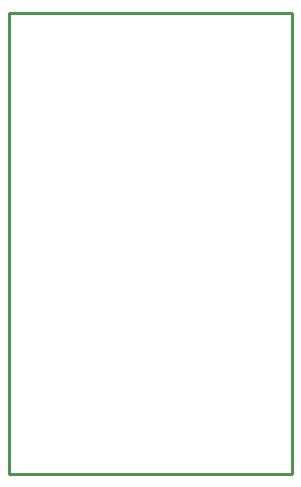
<source format=gbr>
G04 EAGLE Gerber RS-274X export*
G75*
%MOMM*%
%FSLAX34Y34*%
%LPD*%
%IN*%
%IPPOS*%
%AMOC8*
5,1,8,0,0,1.08239X$1,22.5*%
G01*
%ADD10C,0.254000*%


D10*
X10000Y-20000D02*
X250000Y-20000D01*
X250000Y370000D01*
X10000Y370000D01*
X10000Y-20000D01*
M02*

</source>
